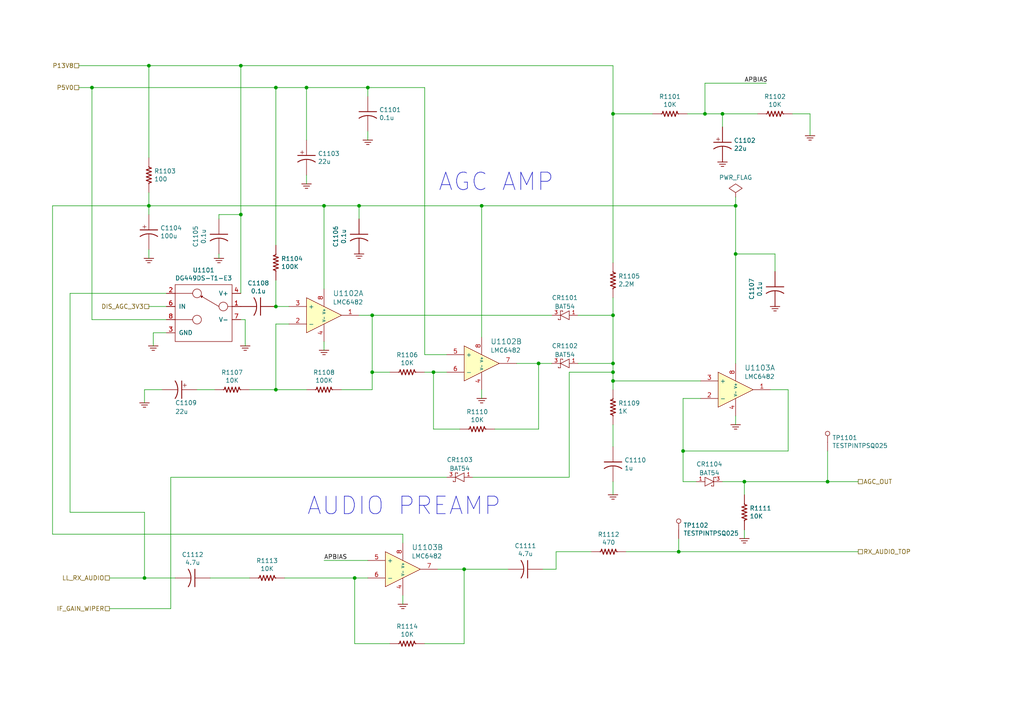
<source format=kicad_sch>
(kicad_sch (version 20211123) (generator eeschema)
  (paper "A4")
  (title_block (title "AGC and Audio Preamplifer") (rev "X1") (company "WA6ZFT"))
  (lib_symbols
    (symbol "custom:BAT54" (pin_names (offset 1.016) hide)
      (property "Reference" "CR" (at -2.286 1.905 0))
      (property "Value" "BAT54" (at -2.286 -3.429 0))
      (symbol "BAT54_1_0"
        (polyline (pts (xy -1.27 -1.27) (xy 1.27 0)))
        (polyline (pts (xy -1.27 1.27) (xy -1.27 -1.27)))
        (polyline (pts (xy 0.635 -1.016) (xy 0.635 -1.27)))
        (polyline (pts (xy 1.27 -1.27) (xy 0.635 -1.27)))
        (polyline (pts (xy 1.27 0) (xy -1.27 1.27)))
        (polyline (pts (xy 1.27 0) (xy 1.27 -1.27)))
        (polyline (pts (xy 1.27 1.27) (xy 1.27 0)))
        (polyline (pts (xy 1.905 1.27) (xy 1.27 1.27)))
        (polyline (pts (xy 1.905 1.27) (xy 1.905 1.016)))
      )
      (symbol "BAT54_1_1"
        (pin passive line (at -3.81 0 0) (length 2.54) (name "A") (number "1"))
        (pin passive line (at 3.81 0 180) (length 2.54) (name "C") (number "3"))
      )
    )
    (symbol "custom:CP_US" (pin_numbers hide) (pin_names (offset 0.254) hide)
      (property "Reference" "C" (at 1.27 2.54 0))
      (property "Value" "CP_US" (at 1.27 -2.54 0))
      (symbol "CP_US_0_1"
        (polyline (pts (xy -1.778 1.524) (xy -0.762 1.524)) (stroke (width 0.127)))
        (polyline (pts (xy -1.27 1.016) (xy -1.27 2.032)) (stroke (width 0.127)))
        (polyline (pts (xy -2.54 0.635) (xy 2.54 0.635) (xy 2.54 0.635)) (stroke (width 0.254)))
        (arc (start 2.54 -1.27) (mid 0 -0.5009) (end -2.54 -1.27) (stroke (width 0.254)))
      )
      (symbol "CP_US_1_1"
        (pin passive line (at 0 5.08 270) (length 4.445) (name "~") (number "1"))
        (pin passive line (at 0 -5.08 90) (length 4.445) (name "~") (number "2"))
      )
    )
    (symbol "custom:C_US" (pin_numbers hide) (pin_names (offset 0.254) hide)
      (property "Reference" "C" (at 1.27 2.54 0))
      (property "Value" "C_US" (at 1.27 -2.54 0))
      (symbol "C_US_0_1"
        (polyline (pts (xy -2.54 0.635) (xy 2.54 0.635) (xy 2.54 0.635)) (stroke (width 0.254)))
        (arc (start 2.54 -1.27) (mid 0 -0.5009) (end -2.54 -1.27) (stroke (width 0.254)))
      )
      (symbol "C_US_1_1"
        (pin passive line (at 0 5.08 270) (length 4.445) (name "~") (number "1"))
        (pin passive line (at 0 -5.08 90) (length 4.445) (name "~") (number "2"))
      )
    )
    (symbol "custom:C_US_0805_0.1UF_X7R_10%_50V_HS" (pin_numbers hide) (pin_names (offset 0.254) hide)
      (property "Reference" "C" (at 1.27 2.54 0))
      (property "Value" "C_US_0805_0.1UF_X7R_10%_50V_HS" (at 1.27 -2.54 0))
      (symbol "C_US_0805_0.1UF_X7R_10%_50V_HS_0_1"
        (polyline (pts (xy -2.54 0.635) (xy 2.54 0.635) (xy 2.54 0.635)) (stroke (width 0.254)))
        (arc (start 2.54 -1.27) (mid 0 -0.5009) (end -2.54 -1.27) (stroke (width 0.254)))
      )
      (symbol "C_US_0805_0.1UF_X7R_10%_50V_HS_1_1"
        (pin passive line (at 0 5.08 270) (length 4.445) (name "~") (number "1"))
        (pin passive line (at 0 -5.08 90) (length 4.445) (name "~") (number "2"))
      )
    )
    (symbol "custom:DG449DS-T1-E3" (pin_names (offset 1.016))
      (property "Reference" "U" (at 0 8.255 0))
      (property "Value" "DG449DS-T1-E3" (at 0.635 -12.065 0))
      (symbol "DG449DS-T1-E3_0_1"
        (rectangle (start -7.62 6.35) (end 8.89 -10.16))
        (circle (center -5.08 0) (radius 1.27))
        (polyline (pts (xy -6.35 0) (xy -7.62 0)))
        (polyline (pts (xy 3.81 -3.81) (xy 8.89 -3.81)))
        (polyline (pts (xy 3.81 3.81) (xy 8.89 3.81)))
        (polyline (pts (xy -3.81 0) (xy 1.397 3.048) (xy 1.27 2.54) (xy 0.889 3.048) (xy 1.397 3.048) (xy 1.27 2.667) (xy 1.016 2.921) (xy 1.27 2.794)))
        (circle (center 2.54 -3.81) (radius 1.27))
        (circle (center 2.54 3.81) (radius 1.27))
      )
      (symbol "DG449DS-T1-E3_1_1"
        (pin passive line (at -10.16 0 0) (length 2.54) (name "~") (number "1"))
        (pin passive line (at 11.43 3.81 180) (length 2.54) (name "~") (number "2"))
        (pin power_in line (at 11.43 -7.62 180) (length 2.54) (name "GND") (number "3"))
        (pin power_in line (at -10.16 3.81 0) (length 2.54) (name "V+") (number "4"))
        (pin no_connect line (at -10.16 -7.62 0) (length 2.54) hide (name "NC") (number "5"))
        (pin passive line (at 11.43 0 180) (length 2.54) (name "IN") (number "6"))
        (pin power_in line (at -10.16 -3.81 0) (length 2.54) (name "V-") (number "7"))
        (pin passive line (at 11.43 -3.81 180) (length 2.54) (name "~") (number "8"))
      )
    )
    (symbol "custom:GND_US" (power) (pin_names (offset 0))
      (symbol "GND_US_0_1"
        (polyline (pts (xy -1.397 0) (xy 1.397 0)) (stroke (width 0.2032)))
        (polyline (pts (xy -0.889 -0.635) (xy 0.889 -0.635)) (stroke (width 0.2032)))
        (polyline (pts (xy -0.381 -1.27) (xy 0.381 -1.27)) (stroke (width 0.2032)))
      )
      (symbol "GND_US_1_1"
        (pin power_in line (at 0 0 90) (length 0) hide (name "GND") (number "1"))
      )
    )
    (symbol "custom:LMC6482"
      (property "Reference" "U" (at 2.54 3.81 0))
      (property "Value" "LMC6482" (at 5.08 -3.81 0))
      (symbol "LMC6482_0_1"
        (polyline (pts (xy -5.08 5.08) (xy 5.08 0) (xy -5.08 -5.08) (xy -5.08 5.08)) (stroke (width 0.1524)) (fill (type background)))
        (pin power_in line (at 0 -7.62 90) (length 5.08) (name "V-") (number "4"))
        (pin power_in line (at 0 7.62 270) (length 5.08) (name "V+") (number "8"))
      )
      (symbol "LMC6482_1_1"
        (pin output line (at 10.16 0 180) (length 5.08) (name "~") (number "1"))
        (pin input line (at -10.16 -2.54 0) (length 5.08) (name "-") (number "2"))
        (pin input line (at -10.16 2.54 0) (length 5.08) (name "+") (number "3"))
      )
      (symbol "LMC6482_2_1"
        (pin input line (at -10.16 2.54 0) (length 5.08) (name "+") (number "5"))
        (pin input line (at -10.16 -2.54 0) (length 5.08) (name "-") (number "6"))
        (pin output line (at 10.16 0 180) (length 5.08) (name "~") (number "7"))
      )
    )
    (symbol "custom:PWR_FLAG" (power) (pin_numbers hide) (pin_names (offset 0) hide)
      (property "Value" "PWR_FLAG" (at 0 4.572 0))
      (symbol "PWR_FLAG_0_0"
        (pin power_out line (at 0 0 90) (length 0) (name "pwr") (number "1"))
      )
      (symbol "PWR_FLAG_0_1"
        (polyline (pts (xy 0 0) (xy 0 1.27) (xy -1.905 2.54) (xy 0 3.81) (xy 1.905 2.54) (xy 0 1.27)))
      )
    )
    (symbol "custom:R_US_0805_1%_HS" (pin_numbers hide) (pin_names (offset 1.016) hide)
      (property "Reference" "R" (at 2.032 0 90))
      (property "Value" "R_US_0805_1%_HS" (at -2.032 0 90))
      (symbol "R_US_0805_1%_HS_0_0"
        (polyline (pts (xy 0 -2.54) (xy 0 -2.54) (xy 0 -2.286) (xy -0.762 -2.032) (xy 0.762 -1.524) (xy -0.762 -1.016) (xy 0.762 -0.508) (xy -0.762 0) (xy 0.762 0.508) (xy -0.762 1.016) (xy 0.762 1.524) (xy -0.762 2.032) (xy 0 2.286) (xy 0 2.54) (xy 0 2.54)) (stroke (width 0.254)))
      )
      (symbol "R_US_0805_1%_HS_1_1"
        (pin passive line (at 0 5.08 270) (length 2.54) (name "~") (number "1"))
        (pin passive line (at 0 -5.08 90) (length 2.54) (name "~") (number "2"))
      )
    )
    (symbol "custom:TESTPINTPSQ025" (pin_numbers hide) (pin_names (offset 1.016) hide)
      (property "Reference" "TP" (at -1.27 1.27 0))
      (property "Value" "TESTPINTPSQ025" (at -7.62 3.81 0))
      (symbol "TESTPINTPSQ025_1_0"
        (polyline (pts (xy 0 -2.54) (xy 0 -0.635)))
      )
      (symbol "TESTPINTPSQ025_1_1"
        (circle (center 0 0) (radius 0.635))
        (pin passive line (at 0 -5.08 90) (length 2.54) (name "TP") (number "1"))
      )
    )
  )
  (junction (at 107.95 107.95))
  (junction (at 198.12 130.81))
  (junction (at 43.18 59.69))
  (junction (at 80.01 113.03))
  (junction (at 177.8 110.49))
  (junction (at 125.73 107.95))
  (junction (at 43.18 19.05))
  (junction (at 102.87 167.64))
  (junction (at 213.36 59.69))
  (junction (at 204.47 33.02))
  (junction (at 106.68 25.4))
  (junction (at 196.85 160.02))
  (junction (at 69.85 62.23))
  (junction (at 139.7 59.69))
  (junction (at 80.01 25.4))
  (junction (at 88.9 25.4))
  (junction (at 93.98 59.69))
  (junction (at 213.36 73.66))
  (junction (at 177.8 91.44))
  (junction (at 69.85 19.05))
  (junction (at 240.03 139.7))
  (junction (at 26.67 25.4))
  (junction (at 209.55 33.02))
  (junction (at 134.62 165.1))
  (junction (at 104.14 59.69))
  (junction (at 41.91 167.64))
  (junction (at 80.01 88.9))
  (junction (at 156.21 105.41))
  (junction (at 177.8 107.95))
  (junction (at 177.8 105.41))
  (junction (at 177.8 33.02))
  (junction (at 107.95 91.44))
  (junction (at 215.9 139.7))
  (wire (pts (xy 204.47 33.02) (xy 204.47 24.13)))
  (wire (pts (xy 43.18 19.05) (xy 69.85 19.05)))
  (wire (pts (xy 134.62 165.1) (xy 127 165.1)))
  (wire (pts (xy 106.68 38.1) (xy 106.68 40.64)))
  (wire (pts (xy 69.85 92.71) (xy 71.12 92.71)))
  (wire (pts (xy 177.8 110.49) (xy 203.2 110.49)))
  (wire (pts (xy 123.19 186.69) (xy 134.62 186.69)))
  (wire (pts (xy 26.67 25.4) (xy 26.67 92.71)))
  (wire (pts (xy 63.5 73.66) (xy 63.5 74.93)))
  (wire (pts (xy 44.45 96.52) (xy 44.45 100.33)))
  (wire (pts (xy 177.8 19.05) (xy 177.8 33.02)))
  (wire (pts (xy 177.8 139.7) (xy 177.8 143.51)))
  (wire (pts (xy 177.8 113.03) (xy 177.8 110.49)))
  (wire (pts (xy 20.32 85.09) (xy 20.32 148.59)))
  (wire (pts (xy 224.79 73.66) (xy 213.36 73.66)))
  (wire (pts (xy 80.01 88.9) (xy 83.82 88.9)))
  (wire (pts (xy 22.86 25.4) (xy 26.67 25.4)))
  (wire (pts (xy 88.9 25.4) (xy 80.01 25.4)))
  (wire (pts (xy 43.18 72.39) (xy 43.18 74.93)))
  (wire (pts (xy 147.32 165.1) (xy 134.62 165.1)))
  (wire (pts (xy 104.14 59.69) (xy 139.7 59.69)))
  (wire (pts (xy 224.79 78.74) (xy 224.79 73.66)))
  (wire (pts (xy 104.14 63.5) (xy 104.14 59.69)))
  (wire (pts (xy 149.86 105.41) (xy 156.21 105.41)))
  (wire (pts (xy 213.36 73.66) (xy 213.36 105.41)))
  (wire (pts (xy 139.7 59.69) (xy 213.36 59.69)))
  (wire (pts (xy 116.84 172.72) (xy 116.84 175.26)))
  (wire (pts (xy 196.85 160.02) (xy 248.92 160.02)))
  (wire (pts (xy 219.71 33.02) (xy 209.55 33.02)))
  (wire (pts (xy 49.53 176.53) (xy 31.75 176.53)))
  (wire (pts (xy 156.21 124.46) (xy 156.21 105.41)))
  (wire (pts (xy 88.9 25.4) (xy 106.68 25.4)))
  (wire (pts (xy 196.85 156.21) (xy 196.85 160.02)))
  (wire (pts (xy 143.51 124.46) (xy 156.21 124.46)))
  (wire (pts (xy 223.52 113.03) (xy 228.6 113.03)))
  (wire (pts (xy 160.02 91.44) (xy 107.95 91.44)))
  (wire (pts (xy 80.01 113.03) (xy 80.01 93.98)))
  (wire (pts (xy 107.95 107.95) (xy 107.95 91.44)))
  (wire (pts (xy 125.73 124.46) (xy 125.73 107.95)))
  (wire (pts (xy 63.5 62.23) (xy 69.85 62.23)))
  (wire (pts (xy 50.8 167.64) (xy 41.91 167.64)))
  (wire (pts (xy 93.98 59.69) (xy 104.14 59.69)))
  (wire (pts (xy 129.54 107.95) (xy 125.73 107.95)))
  (wire (pts (xy 93.98 59.69) (xy 93.98 83.82)))
  (wire (pts (xy 139.7 59.69) (xy 139.7 97.79)))
  (wire (pts (xy 15.24 154.94) (xy 116.84 154.94)))
  (wire (pts (xy 240.03 139.7) (xy 248.92 139.7)))
  (wire (pts (xy 102.87 186.69) (xy 102.87 167.64)))
  (wire (pts (xy 177.8 107.95) (xy 177.8 110.49)))
  (wire (pts (xy 134.62 186.69) (xy 134.62 165.1)))
  (wire (pts (xy 201.93 139.7) (xy 198.12 139.7)))
  (wire (pts (xy 123.19 102.87) (xy 123.19 25.4)))
  (wire (pts (xy 113.03 107.95) (xy 107.95 107.95)))
  (wire (pts (xy 228.6 113.03) (xy 228.6 130.81)))
  (wire (pts (xy 129.54 138.43) (xy 49.53 138.43)))
  (wire (pts (xy 165.1 138.43) (xy 137.16 138.43)))
  (wire (pts (xy 99.06 113.03) (xy 107.95 113.03)))
  (wire (pts (xy 213.36 59.69) (xy 213.36 73.66)))
  (wire (pts (xy 177.8 86.36) (xy 177.8 91.44)))
  (wire (pts (xy 41.91 167.64) (xy 31.75 167.64)))
  (wire (pts (xy 228.6 130.81) (xy 198.12 130.81)))
  (wire (pts (xy 88.9 50.8) (xy 88.9 53.34)))
  (wire (pts (xy 82.55 167.64) (xy 102.87 167.64)))
  (wire (pts (xy 213.36 57.15) (xy 213.36 59.69)))
  (wire (pts (xy 215.9 139.7) (xy 215.9 143.51)))
  (wire (pts (xy 43.18 19.05) (xy 43.18 45.72)))
  (wire (pts (xy 15.24 59.69) (xy 15.24 154.94)))
  (wire (pts (xy 80.01 113.03) (xy 88.9 113.03)))
  (wire (pts (xy 60.96 167.64) (xy 72.39 167.64)))
  (wire (pts (xy 48.26 96.52) (xy 44.45 96.52)))
  (wire (pts (xy 106.68 25.4) (xy 123.19 25.4)))
  (wire (pts (xy 165.1 107.95) (xy 165.1 138.43)))
  (wire (pts (xy 80.01 93.98) (xy 83.82 93.98)))
  (wire (pts (xy 129.54 102.87) (xy 123.19 102.87)))
  (wire (pts (xy 43.18 88.9) (xy 48.26 88.9)))
  (wire (pts (xy 106.68 162.56) (xy 93.98 162.56)))
  (wire (pts (xy 48.26 85.09) (xy 20.32 85.09)))
  (wire (pts (xy 49.53 138.43) (xy 49.53 176.53)))
  (wire (pts (xy 240.03 130.81) (xy 240.03 139.7)))
  (wire (pts (xy 116.84 154.94) (xy 116.84 157.48)))
  (wire (pts (xy 177.8 91.44) (xy 167.64 91.44)))
  (wire (pts (xy 43.18 55.88) (xy 43.18 59.69)))
  (wire (pts (xy 177.8 107.95) (xy 165.1 107.95)))
  (wire (pts (xy 181.61 160.02) (xy 196.85 160.02)))
  (wire (pts (xy 156.21 105.41) (xy 160.02 105.41)))
  (wire (pts (xy 161.29 160.02) (xy 171.45 160.02)))
  (wire (pts (xy 41.91 113.03) (xy 41.91 116.84)))
  (wire (pts (xy 167.64 105.41) (xy 177.8 105.41)))
  (wire (pts (xy 209.55 33.02) (xy 204.47 33.02)))
  (wire (pts (xy 107.95 113.03) (xy 107.95 107.95)))
  (wire (pts (xy 72.39 113.03) (xy 80.01 113.03)))
  (wire (pts (xy 57.15 113.03) (xy 62.23 113.03)))
  (wire (pts (xy 22.86 19.05) (xy 43.18 19.05)))
  (wire (pts (xy 71.12 92.71) (xy 71.12 100.33)))
  (wire (pts (xy 209.55 139.7) (xy 215.9 139.7)))
  (wire (pts (xy 204.47 33.02) (xy 199.39 33.02)))
  (wire (pts (xy 88.9 25.4) (xy 88.9 40.64)))
  (wire (pts (xy 80.01 81.28) (xy 80.01 88.9)))
  (wire (pts (xy 139.7 113.03) (xy 139.7 115.57)))
  (wire (pts (xy 113.03 186.69) (xy 102.87 186.69)))
  (wire (pts (xy 43.18 59.69) (xy 43.18 62.23)))
  (wire (pts (xy 63.5 63.5) (xy 63.5 62.23)))
  (wire (pts (xy 20.32 148.59) (xy 41.91 148.59)))
  (wire (pts (xy 177.8 105.41) (xy 177.8 91.44)))
  (wire (pts (xy 198.12 139.7) (xy 198.12 130.81)))
  (wire (pts (xy 133.35 124.46) (xy 125.73 124.46)))
  (wire (pts (xy 177.8 105.41) (xy 177.8 107.95)))
  (wire (pts (xy 213.36 120.65) (xy 213.36 123.19)))
  (wire (pts (xy 26.67 25.4) (xy 80.01 25.4)))
  (wire (pts (xy 157.48 165.1) (xy 161.29 165.1)))
  (wire (pts (xy 215.9 153.67) (xy 215.9 156.21)))
  (wire (pts (xy 41.91 148.59) (xy 41.91 167.64)))
  (wire (pts (xy 106.68 27.94) (xy 106.68 25.4)))
  (wire (pts (xy 215.9 139.7) (xy 240.03 139.7)))
  (wire (pts (xy 43.18 59.69) (xy 15.24 59.69)))
  (wire (pts (xy 46.99 113.03) (xy 41.91 113.03)))
  (wire (pts (xy 177.8 129.54) (xy 177.8 123.19)))
  (wire (pts (xy 69.85 62.23) (xy 69.85 85.09)))
  (wire (pts (xy 161.29 165.1) (xy 161.29 160.02)))
  (wire (pts (xy 204.47 24.13) (xy 222.25 24.13)))
  (wire (pts (xy 209.55 36.83) (xy 209.55 33.02)))
  (wire (pts (xy 80.01 25.4) (xy 80.01 71.12)))
  (wire (pts (xy 69.85 19.05) (xy 177.8 19.05)))
  (wire (pts (xy 125.73 107.95) (xy 123.19 107.95)))
  (wire (pts (xy 69.85 19.05) (xy 69.85 62.23)))
  (wire (pts (xy 43.18 59.69) (xy 93.98 59.69)))
  (wire (pts (xy 234.95 33.02) (xy 234.95 39.37)))
  (wire (pts (xy 198.12 115.57) (xy 198.12 130.81)))
  (wire (pts (xy 107.95 91.44) (xy 104.14 91.44)))
  (wire (pts (xy 102.87 167.64) (xy 106.68 167.64)))
  (wire (pts (xy 198.12 115.57) (xy 203.2 115.57)))
  (wire (pts (xy 93.98 99.06) (xy 93.98 101.6)))
  (wire (pts (xy 229.87 33.02) (xy 234.95 33.02)))
  (wire (pts (xy 26.67 92.71) (xy 48.26 92.71)))
  (wire (pts (xy 189.23 33.02) (xy 177.8 33.02)))
  (wire (pts (xy 177.8 33.02) (xy 177.8 76.2)))
  (text "AUDIO PREAMP\n" (at 88.9 149.86 0) (effects (font (size 5.08 5.08)) (justify left bottom)))
  (text "AGC AMP" (at 127 55.88 0) (effects (font (size 5.08 5.08)) (justify left bottom)))
  (label "APBIAS" (at 93.98 162.56 0))
  (label "APBIAS" (at 215.9 24.13 0))
  (hierarchical_label "RX_AUDIO_TOP" (shape passive) (at 248.92 160.02 0))
  (hierarchical_label "P13V8" (shape passive) (at 22.86 19.05 180))
  (hierarchical_label "IF_GAIN_WIPER" (shape passive) (at 31.75 176.53 180))
  (hierarchical_label "LL_RX_AUDIO" (shape passive) (at 31.75 167.64 180))
  (hierarchical_label "DIS_AGC_3V3" (shape passive) (at 43.18 88.9 180))
  (hierarchical_label "P5V0" (shape passive) (at 22.86 25.4 180))
  (hierarchical_label "AGC_OUT" (shape passive) (at 248.92 139.7 0))
  (symbol (lib_id "custom:GND_US") (at 88.9 53.34 0) (unit 1)
    (property "Reference" "#PWR01104" (effects hide))
    (property "Value" "GND_US" (effects hide))
  )
  (symbol (lib_id "custom:CP_US") (at 88.9 45.72 0) (unit 1)
    (property "Reference" "C1103" (at 92.202 44.5516 0) (effects (justify left)))
    (property "Value" "22u" (at 92.202 46.863 0) (effects (justify left)))
    (property "Footprint" "Capacitor_SMD:CP_Elec_6.3x5.7" (effects hide))
    (property "PartNumber" "80000X-XXX" (effects hide))
  )
  (symbol (lib_id "custom:LMC6482") (at 93.98 91.44 0) (unit 1)
    (property "Reference" "U1102" (at 96.52 85.09 0) (effects (font (size 1.524 1.524)) (justify left)))
    (property "Value" "LMC6482" (at 96.52 87.63 0) (effects (justify left)))
    (property "Footprint" "mods:SOIC8N-SAR" (effects hide))
    (property "PartNumber" "800272-101" (effects hide))
  )
  (symbol (lib_id "custom:C_US_0805_0.1UF_X7R_10%_50V_HS") (at 74.93 88.9 270) (unit 1)
    (property "Reference" "C1108" (at 74.93 82.1182 90))
    (property "Value" "0.1u" (at 74.93 84.4296 90))
    (property "Footprint" "Capacitor_SMD:C_0805_2012Metric_Pad1.15x1.40mm_HandSolder" (effects hide))
    (property "PartNumber" "800238-104" (effects hide))
  )
  (symbol (lib_id "custom:R_US_0805_1%_HS") (at 80.01 76.2 0) (unit 1)
    (property "Reference" "R1104" (at 81.534 75.0316 0) (effects (justify left)))
    (property "Value" "100K" (at 81.534 77.343 0) (effects (justify left)))
    (property "Footprint" "Resistor_SMD:R_0805_2012Metric_Pad1.15x1.40mm_HandSolder" (effects hide))
    (property "PartNumber" "800235-XXX" (effects hide))
  )
  (symbol (lib_id "custom:R_US_0805_1%_HS") (at 43.18 50.8 180) (unit 1)
    (property "Reference" "R1103" (at 44.704 49.6316 0) (effects (justify right)))
    (property "Value" "100" (at 44.704 51.943 0) (effects (justify right)))
    (property "Footprint" "Resistor_SMD:R_0805_2012Metric_Pad1.15x1.40mm_HandSolder" (effects hide))
    (property "PartNumber" "800235-XXX" (effects hide))
  )
  (symbol (lib_id "custom:CP_US") (at 43.18 67.31 0) (unit 1)
    (property "Reference" "C1104" (at 46.482 66.1416 0) (effects (justify left)))
    (property "Value" "100u" (at 46.482 68.453 0) (effects (justify left)))
    (property "Footprint" "Capacitor_SMD:CP_Elec_8x10" (effects hide))
    (property "PartNumber" "80000X-XXX" (effects hide))
  )
  (symbol (lib_id "custom:GND_US") (at 43.18 74.93 0) (unit 1)
    (property "Reference" "#PWR01106" (effects hide))
    (property "Value" "GND_US" (effects hide))
  )
  (symbol (lib_id "custom:R_US_0805_1%_HS") (at 93.98 113.03 270) (unit 1)
    (property "Reference" "R1108" (at 93.98 108.0262 90))
    (property "Value" "100K" (at 93.98 110.3376 90))
    (property "Footprint" "Resistor_SMD:R_0805_2012Metric_Pad1.15x1.40mm_HandSolder" (effects hide))
    (property "PartNumber" "800235-XXX" (effects hide))
  )
  (symbol (lib_id "custom:GND_US") (at 93.98 101.6 0) (unit 1)
    (property "Reference" "#PWR01111" (effects hide))
    (property "Value" "GND_US" (effects hide))
  )
  (symbol (lib_id "custom:R_US_0805_1%_HS") (at 67.31 113.03 270) (unit 1)
    (property "Reference" "R1107" (at 67.31 108.0262 90))
    (property "Value" "10K" (at 67.31 110.3376 90))
    (property "Footprint" "Resistor_SMD:R_0805_2012Metric_Pad1.15x1.40mm_HandSolder" (effects hide))
    (property "PartNumber" "800235-XXX" (effects hide))
  )
  (symbol (lib_id "custom:CP_US") (at 52.07 113.03 270) (unit 1)
    (property "Reference" "C1109" (at 50.8 116.84 90) (effects (justify left)))
    (property "Value" "22u" (at 50.8 119.38 90) (effects (justify left)))
    (property "Footprint" "Capacitor_SMD:CP_Elec_6.3x5.7" (effects hide))
    (property "PartNumber" "80000X-XXX" (effects hide))
  )
  (symbol (lib_id "custom:GND_US") (at 41.91 116.84 0) (unit 1)
    (property "Reference" "#PWR01113" (effects hide))
    (property "Value" "GND_US" (effects hide))
  )
  (symbol (lib_id "custom:BAT54") (at 163.83 91.44 180) (unit 1)
    (property "Reference" "CR1101" (at 163.83 86.36 0))
    (property "Value" "BAT54" (at 163.83 88.9 0))
    (property "Footprint" "mods:SOT23-3-SAR" (effects hide))
    (property "PartNumber" "800127-101" (effects hide))
  )
  (symbol (lib_id "custom:LMC6482") (at 139.7 105.41 0) (unit 2)
    (property "Reference" "U1102" (at 142.24 99.06 0) (effects (font (size 1.524 1.524)) (justify left)))
    (property "Value" "LMC6482" (at 142.24 101.6 0) (effects (justify left)))
    (property "Footprint" "mods:SOIC8N-SAR" (effects hide))
    (property "PartNumber" "800272-101" (effects hide))
  )
  (symbol (lib_id "custom:GND_US") (at 139.7 115.57 0) (unit 1)
    (property "Reference" "#PWR01112" (effects hide))
    (property "Value" "GND_US" (effects hide))
  )
  (symbol (lib_id "custom:R_US_0805_1%_HS") (at 138.43 124.46 270) (unit 1)
    (property "Reference" "R1110" (at 138.43 119.4562 90))
    (property "Value" "10K" (at 138.43 121.7676 90))
    (property "Footprint" "Resistor_SMD:R_0805_2012Metric_Pad1.15x1.40mm_HandSolder" (effects hide))
    (property "PartNumber" "800235-XXX" (effects hide))
  )
  (symbol (lib_id "custom:R_US_0805_1%_HS") (at 118.11 107.95 270) (unit 1)
    (property "Reference" "R1106" (at 118.11 102.9462 90))
    (property "Value" "10K" (at 118.11 105.2576 90))
    (property "Footprint" "Resistor_SMD:R_0805_2012Metric_Pad1.15x1.40mm_HandSolder" (effects hide))
    (property "PartNumber" "800235-XXX" (effects hide))
  )
  (symbol (lib_id "custom:R_US_0805_1%_HS") (at 177.8 81.28 180) (unit 1)
    (property "Reference" "R1105" (at 179.324 80.1116 0) (effects (justify right)))
    (property "Value" "2.2M" (at 179.324 82.423 0) (effects (justify right)))
    (property "Footprint" "Resistor_SMD:R_0805_2012Metric_Pad1.15x1.40mm_HandSolder" (effects hide))
    (property "PartNumber" "800235-XXX" (effects hide))
  )
  (symbol (lib_id "custom:R_US_0805_1%_HS") (at 177.8 118.11 0) (unit 1)
    (property "Reference" "R1109" (at 179.324 116.9416 0) (effects (justify left)))
    (property "Value" "1K" (at 179.324 119.253 0) (effects (justify left)))
    (property "Footprint" "Resistor_SMD:R_0805_2012Metric_Pad1.15x1.40mm_HandSolder" (effects hide))
    (property "PartNumber" "800235-XXX" (effects hide))
  )
  (symbol (lib_id "custom:C_US_0805_0.1UF_X7R_10%_50V_HS") (at 177.8 134.62 0) (unit 1)
    (property "Reference" "C1110" (at 181.102 133.4516 0) (effects (justify left)))
    (property "Value" "1u" (at 181.102 135.763 0) (effects (justify left)))
    (property "Footprint" "Capacitor_SMD:C_0805_2012Metric_Pad1.15x1.40mm_HandSolder" (effects hide))
    (property "PartNumber" "800238-104" (effects hide))
  )
  (symbol (lib_id "custom:GND_US") (at 177.8 143.51 0) (unit 1)
    (property "Reference" "#PWR01115" (effects hide))
    (property "Value" "GND_US" (effects hide))
  )
  (symbol (lib_id "custom:LMC6482") (at 213.36 113.03 0) (unit 1)
    (property "Reference" "U1103" (at 215.9 106.68 0) (effects (font (size 1.524 1.524)) (justify left)))
    (property "Value" "LMC6482" (at 215.9 109.22 0) (effects (justify left)))
    (property "Footprint" "mods:SOIC8N-SAR" (effects hide))
    (property "PartNumber" "800272-101" (effects hide))
  )
  (symbol (lib_id "custom:GND_US") (at 213.36 123.19 0) (unit 1)
    (property "Reference" "#PWR01114" (effects hide))
    (property "Value" "GND_US" (effects hide))
  )
  (symbol (lib_id "custom:R_US_0805_1%_HS") (at 215.9 148.59 180) (unit 1)
    (property "Reference" "R1111" (at 217.424 147.4216 0) (effects (justify right)))
    (property "Value" "10K" (at 217.424 149.733 0) (effects (justify right)))
    (property "Footprint" "Resistor_SMD:R_0805_2012Metric_Pad1.15x1.40mm_HandSolder" (effects hide))
    (property "PartNumber" "800235-XXX" (effects hide))
  )
  (symbol (lib_id "custom:GND_US") (at 215.9 156.21 0) (unit 1)
    (property "Reference" "#PWR01116" (effects hide))
    (property "Value" "GND_US" (effects hide))
  )
  (symbol (lib_id "custom:C_US_0805_0.1UF_X7R_10%_50V_HS") (at 106.68 33.02 0) (unit 1)
    (property "Reference" "C1101" (at 109.982 31.8516 0) (effects (justify left)))
    (property "Value" "0.1u" (at 109.982 34.163 0) (effects (justify left)))
    (property "Footprint" "Capacitor_SMD:C_0805_2012Metric_Pad1.15x1.40mm_HandSolder" (effects hide))
    (property "PartNumber" "800238-104" (effects hide))
  )
  (symbol (lib_id "custom:GND_US") (at 106.68 40.64 0) (unit 1)
    (property "Reference" "#PWR01102" (effects hide))
    (property "Value" "GND_US" (effects hide))
  )
  (symbol (lib_id "custom:LMC6482") (at 116.84 165.1 0) (unit 2)
    (property "Reference" "U1103" (at 119.38 158.75 0) (effects (font (size 1.524 1.524)) (justify left)))
    (property "Value" "LMC6482" (at 119.38 161.29 0) (effects (justify left)))
    (property "Footprint" "mods:SOIC8N-SAR" (effects hide))
    (property "PartNumber" "800272-101" (effects hide))
  )
  (symbol (lib_id "custom:GND_US") (at 116.84 175.26 0) (unit 1)
    (property "Reference" "#PWR01117" (effects hide))
    (property "Value" "GND_US" (effects hide))
  )
  (symbol (lib_id "custom:C_US") (at 55.88 167.64 270) (unit 1)
    (property "Reference" "C1112" (at 55.88 160.8582 90))
    (property "Value" "4.7u" (at 55.88 163.1696 90))
    (property "Footprint" "Capacitor_SMD:C_0805_2012Metric_Pad1.15x1.40mm_HandSolder" (effects hide))
    (property "PartNumber" "800063-XXX" (effects hide))
  )
  (symbol (lib_id "custom:R_US_0805_1%_HS") (at 77.47 167.64 270) (unit 1)
    (property "Reference" "R1113" (at 77.47 162.6362 90))
    (property "Value" "10K" (at 77.47 164.9476 90))
    (property "Footprint" "Resistor_SMD:R_0805_2012Metric_Pad1.15x1.40mm_HandSolder" (effects hide))
    (property "PartNumber" "800235-XXX" (effects hide))
  )
  (symbol (lib_id "custom:R_US_0805_1%_HS") (at 118.11 186.69 270) (unit 1)
    (property "Reference" "R1114" (at 118.11 181.6862 90))
    (property "Value" "10K" (at 118.11 183.9976 90))
    (property "Footprint" "Resistor_SMD:R_0805_2012Metric_Pad1.15x1.40mm_HandSolder" (effects hide))
    (property "PartNumber" "800235-XXX" (effects hide))
  )
  (symbol (lib_id "custom:C_US_0805_0.1UF_X7R_10%_50V_HS") (at 104.14 68.58 0) (unit 1)
    (property "Reference" "C1106" (at 97.3582 68.58 90))
    (property "Value" "0.1u" (at 99.6696 68.58 90))
    (property "Footprint" "Capacitor_SMD:C_0805_2012Metric_Pad1.15x1.40mm_HandSolder" (effects hide))
    (property "PartNumber" "800238-104" (effects hide))
  )
  (symbol (lib_id "custom:GND_US") (at 104.14 73.66 0) (unit 1)
    (property "Reference" "#PWR01105" (effects hide))
    (property "Value" "GND_US" (effects hide))
  )
  (symbol (lib_id "custom:C_US_0805_0.1UF_X7R_10%_50V_HS") (at 224.79 83.82 0) (unit 1)
    (property "Reference" "C1107" (at 218.0082 83.82 90))
    (property "Value" "0.1u" (at 220.3196 83.82 90))
    (property "Footprint" "Capacitor_SMD:C_0805_2012Metric_Pad1.15x1.40mm_HandSolder" (effects hide))
    (property "PartNumber" "800238-104" (effects hide))
  )
  (symbol (lib_id "custom:GND_US") (at 224.79 88.9 0) (unit 1)
    (property "Reference" "#PWR01108" (effects hide))
    (property "Value" "GND_US" (effects hide))
  )
  (symbol (lib_id "custom:C_US") (at 152.4 165.1 270) (unit 1)
    (property "Reference" "C1111" (at 152.4 158.3182 90))
    (property "Value" "4.7u" (at 152.4 160.6296 90))
    (property "Footprint" "Capacitor_SMD:C_0805_2012Metric_Pad1.15x1.40mm_HandSolder" (effects hide))
    (property "PartNumber" "800063-XXX" (effects hide))
  )
  (symbol (lib_id "custom:R_US_0805_1%_HS") (at 194.31 33.02 270) (unit 1)
    (property "Reference" "R1101" (at 194.31 28.0162 90))
    (property "Value" "10K" (at 194.31 30.3276 90))
    (property "Footprint" "Resistor_SMD:R_0805_2012Metric_Pad1.15x1.40mm_HandSolder" (effects hide))
    (property "PartNumber" "800235-XXX" (effects hide))
  )
  (symbol (lib_id "custom:R_US_0805_1%_HS") (at 224.79 33.02 270) (unit 1)
    (property "Reference" "R1102" (at 224.79 28.0162 90))
    (property "Value" "10K" (at 224.79 30.3276 90))
    (property "Footprint" "Resistor_SMD:R_0805_2012Metric_Pad1.15x1.40mm_HandSolder" (effects hide))
    (property "PartNumber" "800235-XXX" (effects hide))
  )
  (symbol (lib_id "custom:GND_US") (at 234.95 39.37 0) (unit 1)
    (property "Reference" "#PWR01101" (effects hide))
    (property "Value" "GND_US" (effects hide))
  )
  (symbol (lib_id "custom:CP_US") (at 209.55 41.91 0) (unit 1)
    (property "Reference" "C1102" (at 212.852 40.7416 0) (effects (justify left)))
    (property "Value" "22u" (at 212.852 43.053 0) (effects (justify left)))
    (property "Footprint" "Capacitor_SMD:CP_Elec_6.3x5.7" (effects hide))
    (property "PartNumber" "80000X-XXX" (effects hide))
  )
  (symbol (lib_id "custom:GND_US") (at 209.55 46.99 0) (unit 1)
    (property "Reference" "#PWR01103" (effects hide))
    (property "Value" "GND_US" (effects hide))
  )
  (symbol (lib_id "custom:TESTPINTPSQ025") (at 196.85 151.13 0) (unit 1)
    (property "Reference" "TP1102" (at 198.1962 152.3746 0) (effects (justify left)))
    (property "Value" "TESTPINTPSQ025" (at 198.1962 154.686 0) (effects (justify left)))
    (property "Footprint" "mods:TESTPIN" (effects hide))
    (property "PartNumber" "800207-101" (effects hide))
  )
  (symbol (lib_id "custom:R_US_0805_1%_HS") (at 176.53 160.02 270) (unit 1)
    (property "Reference" "R1112" (at 176.53 155.0162 90))
    (property "Value" "470" (at 176.53 157.3276 90))
    (property "Footprint" "Resistor_SMD:R_0805_2012Metric_Pad1.15x1.40mm_HandSolder" (effects hide))
    (property "PartNumber" "800235-XXX" (effects hide))
  )
  (symbol (lib_id "custom:TESTPINTPSQ025") (at 240.03 125.73 0) (unit 1)
    (property "Reference" "TP1101" (at 241.3762 126.9746 0) (effects (justify left)))
    (property "Value" "TESTPINTPSQ025" (at 241.3762 129.286 0) (effects (justify left)))
    (property "Footprint" "mods:TESTPIN" (effects hide))
    (property "PartNumber" "800207-101" (effects hide))
  )
  (symbol (lib_id "custom:DG449DS-T1-E3") (at 59.69 88.9 0) (mirror y) (unit 1)
    (property "Reference" "U1101" (at 59.055 78.359 0))
    (property "Value" "DG449DS-T1-E3" (at 59.055 80.6704 0))
    (property "Footprint" "Package_TO_SOT_SMD:SOT-23-8_Handsoldering" (effects hide))
    (property "PartNumber" "800271-101" (effects hide))
  )
  (symbol (lib_id "custom:GND_US") (at 44.45 100.33 0) (unit 1)
    (property "Reference" "#PWR01109" (effects hide))
    (property "Value" "GND_US" (effects hide))
  )
  (symbol (lib_id "custom:GND_US") (at 71.12 100.33 0) (unit 1)
    (property "Reference" "#PWR01110" (effects hide))
    (property "Value" "GND_US" (effects hide))
  )
  (symbol (lib_id "custom:C_US_0805_0.1UF_X7R_10%_50V_HS") (at 63.5 68.58 0) (unit 1)
    (property "Reference" "C1105" (at 56.7182 68.58 90))
    (property "Value" "0.1u" (at 59.0296 68.58 90))
    (property "Footprint" "Capacitor_SMD:C_0805_2012Metric_Pad1.15x1.40mm_HandSolder" (effects hide))
    (property "PartNumber" "800238-104" (effects hide))
  )
  (symbol (lib_id "custom:GND_US") (at 63.5 74.93 0) (unit 1)
    (property "Reference" "#PWR01107" (effects hide))
    (property "Value" "GND_US" (effects hide))
  )
  (symbol (lib_id "custom:BAT54") (at 163.83 105.41 180) (unit 1)
    (property "Reference" "CR1102" (at 163.83 100.33 0))
    (property "Value" "BAT54" (at 163.83 102.87 0))
    (property "Footprint" "mods:SOT23-3-SAR" (effects hide))
    (property "PartNumber" "800127-101" (effects hide))
  )
  (symbol (lib_id "custom:BAT54") (at 133.35 138.43 180) (unit 1)
    (property "Reference" "CR1103" (at 133.35 133.35 0))
    (property "Value" "BAT54" (at 133.35 135.89 0))
    (property "Footprint" "mods:SOT23-3-SAR" (effects hide))
    (property "PartNumber" "800127-101" (effects hide))
  )
  (symbol (lib_id "custom:BAT54") (at 205.74 139.7 0) (unit 1)
    (property "Reference" "CR1104" (at 205.74 134.62 0))
    (property "Value" "BAT54" (at 205.74 137.16 0))
    (property "Footprint" "mods:SOT23-3-SAR" (effects hide))
    (property "PartNumber" "800127-101" (effects hide))
  )
  (symbol (lib_id "custom:PWR_FLAG") (at 213.36 57.15 0) (unit 1)
    (property "Reference" "#FLG01101" (effects hide))
    (property "Value" "PWR_FLAG" (at 213.36 51.4858 0))
  )
)
</source>
